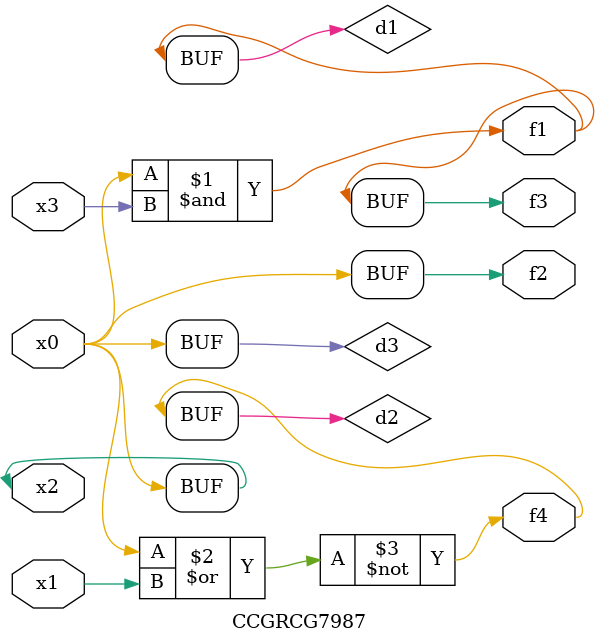
<source format=v>
module CCGRCG7987(
	input x0, x1, x2, x3,
	output f1, f2, f3, f4
);

	wire d1, d2, d3;

	and (d1, x2, x3);
	nor (d2, x0, x1);
	buf (d3, x0, x2);
	assign f1 = d1;
	assign f2 = d3;
	assign f3 = d1;
	assign f4 = d2;
endmodule

</source>
